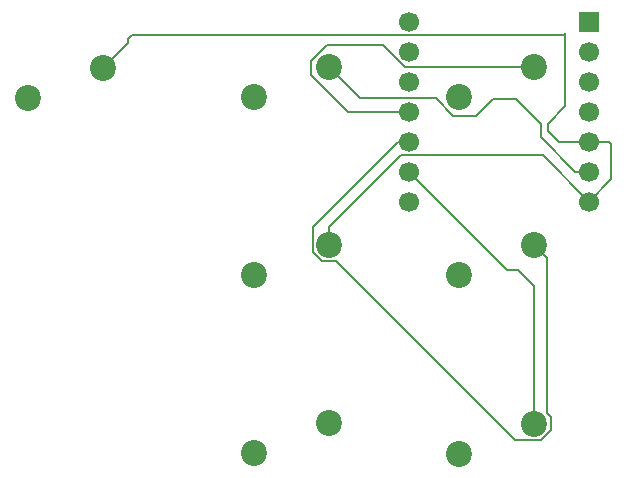
<source format=gbr>
%TF.GenerationSoftware,KiCad,Pcbnew,8.0.5*%
%TF.CreationDate,2024-10-19T20:03:01-04:00*%
%TF.ProjectId,Hackclub,4861636b-636c-4756-922e-6b696361645f,rev?*%
%TF.SameCoordinates,Original*%
%TF.FileFunction,Copper,L2,Bot*%
%TF.FilePolarity,Positive*%
%FSLAX46Y46*%
G04 Gerber Fmt 4.6, Leading zero omitted, Abs format (unit mm)*
G04 Created by KiCad (PCBNEW 8.0.5) date 2024-10-19 20:03:01*
%MOMM*%
%LPD*%
G01*
G04 APERTURE LIST*
%TA.AperFunction,ComponentPad*%
%ADD10C,2.200000*%
%TD*%
%TA.AperFunction,ComponentPad*%
%ADD11C,1.700000*%
%TD*%
%TA.AperFunction,ComponentPad*%
%ADD12R,1.700000X1.700000*%
%TD*%
%TA.AperFunction,Conductor*%
%ADD13C,0.200000*%
%TD*%
G04 APERTURE END LIST*
D10*
%TO.P,SW7,1,1*%
%TO.N,Net-(SW4-Pad2)*%
X116000000Y-89000000D03*
%TO.P,SW7,2,2*%
%TO.N,unconnected-(SW7-Pad2)*%
X109650000Y-91540000D03*
%TD*%
%TO.P,SW6,1,1*%
%TO.N,Net-(U1-PA8_A4_D4_SDA)*%
X116000000Y-73910000D03*
%TO.P,SW6,2,2*%
%TO.N,Net-(SW4-Pad2)*%
X109650000Y-76450000D03*
%TD*%
%TO.P,SW5,1,1*%
%TO.N,Net-(U1-PA9_A5_D5_SCL)*%
X116000000Y-58820000D03*
%TO.P,SW5,2,2*%
%TO.N,Net-(SW4-Pad2)*%
X109650000Y-61360000D03*
%TD*%
%TO.P,SW4,1,1*%
%TO.N,Net-(U1-PA8_A4_D4_SDA)*%
X96850000Y-58960000D03*
%TO.P,SW4,2,2*%
%TO.N,Net-(SW4-Pad2)*%
X90500000Y-61500000D03*
%TD*%
%TO.P,SW1,1,1*%
%TO.N,Net-(U1-PA6_A10_D10_MOSI)*%
X133366000Y-58857470D03*
%TO.P,SW1,2,2*%
%TO.N,Net-(U1-PA8_A4_D4_SDA)*%
X127016000Y-61397470D03*
%TD*%
%TO.P,SW3,1,1*%
%TO.N,Net-(U1-PA7_A8_D8_SCK)*%
X133366000Y-89037470D03*
%TO.P,SW3,2,2*%
%TO.N,Net-(U1-PA8_A4_D4_SDA)*%
X127016000Y-91577470D03*
%TD*%
%TO.P,SW2,1,1*%
%TO.N,Net-(U1-PA5_A9_D9_MISO)*%
X133366000Y-73947470D03*
%TO.P,SW2,2,2*%
%TO.N,Net-(U1-PA8_A4_D4_SDA)*%
X127016000Y-76487470D03*
%TD*%
D11*
%TO.P,U1,14,5V*%
%TO.N,unconnected-(U1-5V-Pad14)*%
X122750000Y-55000000D03*
%TO.P,U1,13,GND*%
%TO.N,GND*%
X122750000Y-57540000D03*
%TO.P,U1,12,3V3*%
%TO.N,unconnected-(U1-3V3-Pad12)*%
X122750000Y-60080000D03*
%TO.P,U1,11,PA6_A10_D10_MOSI*%
%TO.N,Net-(U1-PA6_A10_D10_MOSI)*%
X122750000Y-62620000D03*
%TO.P,U1,10,PA5_A9_D9_MISO*%
%TO.N,Net-(U1-PA5_A9_D9_MISO)*%
X122750000Y-65160000D03*
%TO.P,U1,9,PA7_A8_D8_SCK*%
%TO.N,Net-(U1-PA7_A8_D8_SCK)*%
X122750000Y-67700000D03*
%TO.P,U1,8,PB09_A7_D7_RX*%
%TO.N,unconnected-(U1-PB09_A7_D7_RX-Pad8)*%
X122750000Y-70240000D03*
%TO.P,U1,7,PB08_A6_D6_TX*%
%TO.N,Net-(U1-PA8_A4_D4_SDA)*%
X138000000Y-70240000D03*
%TO.P,U1,6,PA9_A5_D5_SCL*%
%TO.N,Net-(U1-PA9_A5_D5_SCL)*%
X138000000Y-67700000D03*
%TO.P,U1,5,PA8_A4_D4_SDA*%
%TO.N,Net-(U1-PA8_A4_D4_SDA)*%
X138000000Y-65160000D03*
%TO.P,U1,4,PA11_A3_D3*%
%TO.N,unconnected-(U1-PA11_A3_D3-Pad4)*%
X138000000Y-62620000D03*
%TO.P,U1,3,PA10_A2_D2*%
%TO.N,unconnected-(U1-PA10_A2_D2-Pad3)*%
X138000000Y-60080000D03*
%TO.P,U1,2,PA4_A1_D1*%
%TO.N,unconnected-(U1-PA4_A1_D1-Pad2)*%
X138000000Y-57540000D03*
D12*
%TO.P,U1,1,PA02_A0_D0*%
%TO.N,unconnected-(U1-PA02_A0_D0-Pad1)*%
X138000000Y-55000000D03*
%TD*%
D13*
%TO.N,Net-(U1-PA8_A4_D4_SDA)*%
X135431474Y-65160000D02*
X139660000Y-65160000D01*
X139660000Y-65160000D02*
X139900000Y-65400000D01*
X139900000Y-65400000D02*
X139900000Y-68340000D01*
X139900000Y-68340000D02*
X138000000Y-70240000D01*
%TO.N,Net-(U1-PA6_A10_D10_MOSI)*%
X133366000Y-58857470D02*
X122441124Y-58857470D01*
X122441124Y-58857470D02*
X120583654Y-57000000D01*
X120583654Y-57000000D02*
X115840101Y-57000000D01*
X117620000Y-62620000D02*
X122750000Y-62620000D01*
X115840101Y-57000000D02*
X114500000Y-58340101D01*
X114500000Y-58340101D02*
X114500000Y-59500000D01*
X114500000Y-59500000D02*
X117620000Y-62620000D01*
%TO.N,Net-(U1-PA5_A9_D9_MISO)*%
X133366000Y-73947470D02*
X134465999Y-75047469D01*
X134465999Y-75047469D02*
X134465999Y-88157570D01*
X134465999Y-88157570D02*
X134766000Y-88457571D01*
X114600000Y-74489899D02*
X114600000Y-72400000D01*
X134766000Y-88457571D02*
X134766000Y-89617369D01*
X134766000Y-89617369D02*
X133945899Y-90437470D01*
X133945899Y-90437470D02*
X131707369Y-90437470D01*
X131707369Y-90437470D02*
X116579899Y-75310000D01*
X121840000Y-65160000D02*
X122750000Y-65160000D01*
X116579899Y-75310000D02*
X115420101Y-75310000D01*
X115420101Y-75310000D02*
X114600000Y-74489899D01*
X114600000Y-72400000D02*
X121840000Y-65160000D01*
%TO.N,Net-(U1-PA9_A5_D5_SCL)*%
X116000000Y-58820000D02*
X118650000Y-61470000D01*
X128476000Y-62964068D02*
X129852598Y-61587470D01*
X133910000Y-63698068D02*
X133910000Y-64812081D01*
X118650000Y-61470000D02*
X125035128Y-61470000D01*
X131799402Y-61587470D02*
X133910000Y-63698068D01*
X125035128Y-61470000D02*
X126529196Y-62964068D01*
X126529196Y-62964068D02*
X128476000Y-62964068D01*
X129852598Y-61587470D02*
X131799402Y-61587470D01*
X133910000Y-64812081D02*
X136797919Y-67700000D01*
X136797919Y-67700000D02*
X138000000Y-67700000D01*
%TO.N,Net-(U1-PA8_A4_D4_SDA)*%
X116000000Y-73910000D02*
X116000000Y-72354366D01*
X116000000Y-72354366D02*
X122044366Y-66310000D01*
X122044366Y-66310000D02*
X134070000Y-66310000D01*
X134070000Y-66310000D02*
X138000000Y-70240000D01*
%TO.N,Net-(U1-PA7_A8_D8_SCK)*%
X133366000Y-77366000D02*
X132000000Y-76000000D01*
X133366000Y-89037470D02*
X133366000Y-77366000D01*
X132000000Y-76000000D02*
X131050000Y-76000000D01*
X131050000Y-76000000D02*
X122750000Y-67700000D01*
%TO.N,Net-(U1-PA8_A4_D4_SDA)*%
X135850000Y-56150000D02*
X136000000Y-56000000D01*
X136000000Y-56000000D02*
X136000000Y-62146414D01*
X96850000Y-58960000D02*
X99000000Y-56810000D01*
X134500000Y-64228526D02*
X135431474Y-65160000D01*
X99350000Y-56150000D02*
X135850000Y-56150000D01*
X136000000Y-62146414D02*
X134500000Y-63646414D01*
X99000000Y-56500000D02*
X99350000Y-56150000D01*
X99000000Y-56810000D02*
X99000000Y-56500000D01*
X134500000Y-63646414D02*
X134500000Y-64228526D01*
X135431474Y-65160000D02*
X138000000Y-65160000D01*
%TD*%
M02*

</source>
